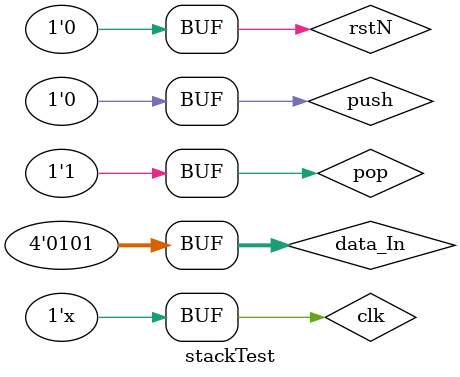
<source format=v>
`timescale 1ns / 1ps

module stackTest;

	// Inputs
	reg clk;
	reg rstN;
	reg [3:0] data_In;
	reg push;
	reg pop;

	// Outputs
	wire [3:0] data_Out;
	wire full;
	wire empty;
 
	// Instantiate the Unit Under Test (UUT)
	stack uut (
		.clk(clk), 
		.rstN(rstN), 
		.data_In(data_In), 
		.push(push), 
		.pop(pop), 
		.data_Out(data_Out), 
		.full(full), 
		.empty(empty)
	);

	initial begin
		// Initialize Inputs
		clk = 0;
		rstN = 0;
		data_In = 0;
		push = 0;
		pop = 0;

// push 2, 1, 2, 7, 6, 6, 3, 4//full
//pop 3
//rest 
//	push 1,5
// pop 5,1

		#50;
      data_In = 2;
		push = 1;		
		#50
		data_In = 1;
		#50
		data_In = 2;
		#50
		data_In = 7;
		#50
		data_In = 6;
		#50
		data_In = 9;
		#50
		data_In = 3;
		#50
		data_In = 4;
		#50
		push =0;		
		pop = 1;		
		#50
		pop =0;
		#50
		rstN =1;	
		#50
		rstN =0;	
		#50
		push = 1;
		data_In = 1;
		#50
		data_In = 5;
		#50
		push = 0; 
		pop =1;
	end
	always clk = #25 ~clk;
      
endmodule


</source>
